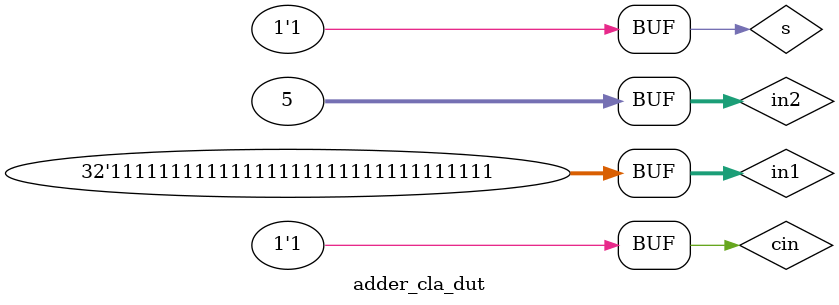
<source format=v>
/*
done by:  Mohammed A. Mardeni
Date:     7/10/2023 - 8:10 AM
Function: 32-bit adding using look ahead for carry algorithm for faster addition.
*/
//////////////////////////////////////////////////////////////////////////////////////////

module adder_cla(cin,s,in1,in2,sum,cout,ov);


//**************vectors
input [31:0]in1,in2;
output [31:0]sum;

//***************scalers

//carry handlers
input cin;
output cout;

//sign or unsigned sum/sub option

input s; //s=0 unsigned and s=1 signed

//overflow detection
output ov;

//wires 
wire [32:0]c;
wire [31:0]y;
wire [1:0]over_flow; //signed or unsigned overflow decision

//variables used in the next (parallel) generation blocks

genvar i;

//************************************Circuit*****************************************

//circuit is structrual and continues (on input change) as the circuit has no sensitivity list (clocking nethodology).
//for_sub_decision 
generate			
	   for (i=0;i<32;i=i+1) begin:for_sub_decision
		assign y[i]=in2[i] ^ cin;
		end
endgenerate 

//carry look ahead circuit
generate		//note that (in1[i]|y[i]) can be replaced by xor
		for (i=0;i<32;i=i+1) begin:looking_ahead_for_the_carry
			assign c[i+1]=(in1[i]&y[i]) | (c[i]&(in1[i]|y[i])); //remmember that generate with loop will 
																					  //duplicate in parrallel the the statements 
																					  //in the generate block hence previous loop statements will be placed when called  
		end
endgenerate

//sum_duplication
generate
		for (i=0;i<32;i=i+1) begin:sum_duplication
			assign sum[i]=(in1[i]^y[i])^c[i]; // sum bit is one if the two bits are different and with carry if odd combination
		end
endgenerate

//initialize and setup wiring
assign c[0]=cin;
assign cout=c[32];

//overflow detection
//signed 
	assign over_flow[0]=(cout ^ c[31]) ;

/*Two negative numbers are added and an answer comes positive or 
Two positive numbers are added and an answer comes as negative. */

//unsigned
assign over_flow[1]=cin ^ cout; //AT addition CI=0 if overflow if the result bigger CO=1 at sub CI=1 ov at result co=0

//ov decision
assign ov=(s&over_flow[0]) | (~s&over_flow[1]);




endmodule 

module adder_cla_dut;

	//registers to put test values to
	reg [31:0]in1,in2;
	reg cin,s;
	//wires to prob outputs from
	wire [31:0]sum;
	wire cout,ov;
	
	//ciruit under test
	adder_cla adder(cin,s,in1,in2,sum,cout,ov);
	///////////////////

		initial begin : test_vectors
		s=0;
		in1=32'd3;cin=0;in2=32'd10;
		#20 
		cin=1;
		#20
		cin=0;
		#20
		s=1;
		in1=32'hffffffff; in2=32'd5;
		#20
		cin=1;
		#20;
		end
		
endmodule 











</source>
